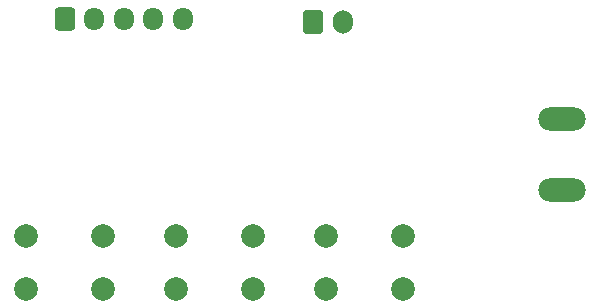
<source format=gbr>
G04 #@! TF.GenerationSoftware,KiCad,Pcbnew,(6.0.4)*
G04 #@! TF.CreationDate,2022-07-19T16:53:53+09:00*
G04 #@! TF.ProjectId,io_board for cnc,696f5f62-6f61-4726-9420-666f7220636e,rev?*
G04 #@! TF.SameCoordinates,Original*
G04 #@! TF.FileFunction,Copper,L1,Top*
G04 #@! TF.FilePolarity,Positive*
%FSLAX46Y46*%
G04 Gerber Fmt 4.6, Leading zero omitted, Abs format (unit mm)*
G04 Created by KiCad (PCBNEW (6.0.4)) date 2022-07-19 16:53:53*
%MOMM*%
%LPD*%
G01*
G04 APERTURE LIST*
G04 Aperture macros list*
%AMRoundRect*
0 Rectangle with rounded corners*
0 $1 Rounding radius*
0 $2 $3 $4 $5 $6 $7 $8 $9 X,Y pos of 4 corners*
0 Add a 4 corners polygon primitive as box body*
4,1,4,$2,$3,$4,$5,$6,$7,$8,$9,$2,$3,0*
0 Add four circle primitives for the rounded corners*
1,1,$1+$1,$2,$3*
1,1,$1+$1,$4,$5*
1,1,$1+$1,$6,$7*
1,1,$1+$1,$8,$9*
0 Add four rect primitives between the rounded corners*
20,1,$1+$1,$2,$3,$4,$5,0*
20,1,$1+$1,$4,$5,$6,$7,0*
20,1,$1+$1,$6,$7,$8,$9,0*
20,1,$1+$1,$8,$9,$2,$3,0*%
G04 Aperture macros list end*
G04 #@! TA.AperFunction,ComponentPad*
%ADD10C,2.000000*%
G04 #@! TD*
G04 #@! TA.AperFunction,ComponentPad*
%ADD11O,1.700000X2.000000*%
G04 #@! TD*
G04 #@! TA.AperFunction,ComponentPad*
%ADD12RoundRect,0.250000X-0.600000X-0.750000X0.600000X-0.750000X0.600000X0.750000X-0.600000X0.750000X0*%
G04 #@! TD*
G04 #@! TA.AperFunction,ComponentPad*
%ADD13RoundRect,0.250000X-0.600000X-0.725000X0.600000X-0.725000X0.600000X0.725000X-0.600000X0.725000X0*%
G04 #@! TD*
G04 #@! TA.AperFunction,ComponentPad*
%ADD14O,1.700000X1.950000*%
G04 #@! TD*
G04 #@! TA.AperFunction,ComponentPad*
%ADD15O,4.000000X2.000000*%
G04 #@! TD*
G04 APERTURE END LIST*
D10*
X121008000Y-135890000D03*
X127508000Y-135890000D03*
X121008000Y-131390000D03*
X127508000Y-131390000D03*
D11*
X147808000Y-113267000D03*
D12*
X145308000Y-113267000D03*
D13*
X124286000Y-113013000D03*
D14*
X126786000Y-113013000D03*
X129286000Y-113013000D03*
X131786000Y-113013000D03*
X134286000Y-113013000D03*
D10*
X133708000Y-135890000D03*
X140208000Y-135890000D03*
X140208000Y-131390000D03*
X133708000Y-131390000D03*
D15*
X166370000Y-121508000D03*
X166370000Y-127508000D03*
D10*
X146408000Y-135890000D03*
X152908000Y-135890000D03*
X152908000Y-131390000D03*
X146408000Y-131390000D03*
M02*

</source>
